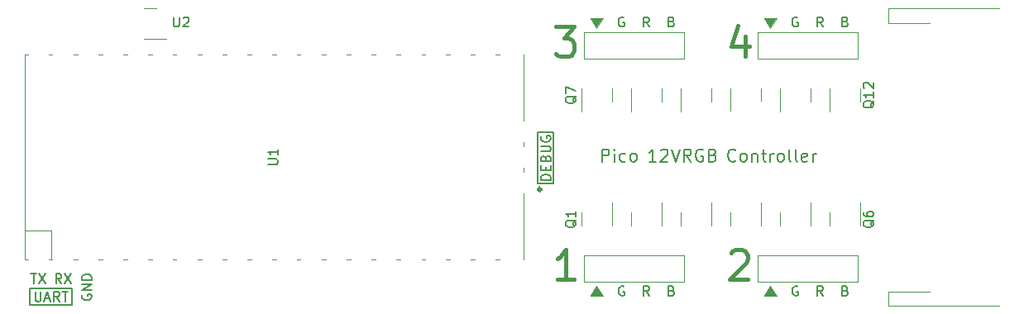
<source format=gbr>
%TF.GenerationSoftware,KiCad,Pcbnew,(7.0.0)*%
%TF.CreationDate,2023-03-11T15:32:13-08:00*%
%TF.ProjectId,pico_12vrgb_controller,7069636f-5f31-4327-9672-67625f636f6e,v1*%
%TF.SameCoordinates,Original*%
%TF.FileFunction,Legend,Top*%
%TF.FilePolarity,Positive*%
%FSLAX46Y46*%
G04 Gerber Fmt 4.6, Leading zero omitted, Abs format (unit mm)*
G04 Created by KiCad (PCBNEW (7.0.0)) date 2023-03-11 15:32:13*
%MOMM*%
%LPD*%
G01*
G04 APERTURE LIST*
%ADD10C,0.127000*%
%ADD11C,0.329000*%
%ADD12C,0.150000*%
%ADD13C,0.406400*%
%ADD14C,0.152400*%
%ADD15C,0.120000*%
G04 APERTURE END LIST*
D10*
X123494800Y-73660000D02*
X125145800Y-73660000D01*
X125145800Y-73660000D02*
X125145800Y-78917800D01*
X125145800Y-78917800D02*
X123494800Y-78917800D01*
X123494800Y-78917800D02*
X123494800Y-73660000D01*
X71501000Y-89662000D02*
X75819000Y-89662000D01*
X75819000Y-89662000D02*
X75819000Y-91313000D01*
X75819000Y-91313000D02*
X71501000Y-91313000D01*
X71501000Y-91313000D02*
X71501000Y-89662000D01*
D11*
X123862500Y-79502000D02*
G75*
G03*
X123862500Y-79502000I-164500J0D01*
G01*
D12*
X72064762Y-89994580D02*
X72064762Y-90804104D01*
X72064762Y-90804104D02*
X72112381Y-90899342D01*
X72112381Y-90899342D02*
X72160000Y-90946961D01*
X72160000Y-90946961D02*
X72255238Y-90994580D01*
X72255238Y-90994580D02*
X72445714Y-90994580D01*
X72445714Y-90994580D02*
X72540952Y-90946961D01*
X72540952Y-90946961D02*
X72588571Y-90899342D01*
X72588571Y-90899342D02*
X72636190Y-90804104D01*
X72636190Y-90804104D02*
X72636190Y-89994580D01*
X73064762Y-90708866D02*
X73540952Y-90708866D01*
X72969524Y-90994580D02*
X73302857Y-89994580D01*
X73302857Y-89994580D02*
X73636190Y-90994580D01*
X74540952Y-90994580D02*
X74207619Y-90518390D01*
X73969524Y-90994580D02*
X73969524Y-89994580D01*
X73969524Y-89994580D02*
X74350476Y-89994580D01*
X74350476Y-89994580D02*
X74445714Y-90042200D01*
X74445714Y-90042200D02*
X74493333Y-90089819D01*
X74493333Y-90089819D02*
X74540952Y-90185057D01*
X74540952Y-90185057D02*
X74540952Y-90327914D01*
X74540952Y-90327914D02*
X74493333Y-90423152D01*
X74493333Y-90423152D02*
X74445714Y-90470771D01*
X74445714Y-90470771D02*
X74350476Y-90518390D01*
X74350476Y-90518390D02*
X73969524Y-90518390D01*
X74826667Y-89994580D02*
X75398095Y-89994580D01*
X75112381Y-90994580D02*
X75112381Y-89994580D01*
D13*
X125349000Y-62841777D02*
X127235857Y-62841777D01*
X127235857Y-62841777D02*
X126219857Y-64002920D01*
X126219857Y-64002920D02*
X126655286Y-64002920D01*
X126655286Y-64002920D02*
X126945572Y-64148062D01*
X126945572Y-64148062D02*
X127090714Y-64293205D01*
X127090714Y-64293205D02*
X127235857Y-64583491D01*
X127235857Y-64583491D02*
X127235857Y-65309205D01*
X127235857Y-65309205D02*
X127090714Y-65599491D01*
X127090714Y-65599491D02*
X126945572Y-65744634D01*
X126945572Y-65744634D02*
X126655286Y-65889777D01*
X126655286Y-65889777D02*
X125784429Y-65889777D01*
X125784429Y-65889777D02*
X125494143Y-65744634D01*
X125494143Y-65744634D02*
X125349000Y-65599491D01*
D12*
X74763333Y-89140380D02*
X74430000Y-88664190D01*
X74191905Y-89140380D02*
X74191905Y-88140380D01*
X74191905Y-88140380D02*
X74572857Y-88140380D01*
X74572857Y-88140380D02*
X74668095Y-88188000D01*
X74668095Y-88188000D02*
X74715714Y-88235619D01*
X74715714Y-88235619D02*
X74763333Y-88330857D01*
X74763333Y-88330857D02*
X74763333Y-88473714D01*
X74763333Y-88473714D02*
X74715714Y-88568952D01*
X74715714Y-88568952D02*
X74668095Y-88616571D01*
X74668095Y-88616571D02*
X74572857Y-88664190D01*
X74572857Y-88664190D02*
X74191905Y-88664190D01*
X75096667Y-88140380D02*
X75763333Y-89140380D01*
X75763333Y-88140380D02*
X75096667Y-89140380D01*
X124827380Y-78539694D02*
X123827380Y-78539694D01*
X123827380Y-78539694D02*
X123827380Y-78301599D01*
X123827380Y-78301599D02*
X123875000Y-78158742D01*
X123875000Y-78158742D02*
X123970238Y-78063504D01*
X123970238Y-78063504D02*
X124065476Y-78015885D01*
X124065476Y-78015885D02*
X124255952Y-77968266D01*
X124255952Y-77968266D02*
X124398809Y-77968266D01*
X124398809Y-77968266D02*
X124589285Y-78015885D01*
X124589285Y-78015885D02*
X124684523Y-78063504D01*
X124684523Y-78063504D02*
X124779761Y-78158742D01*
X124779761Y-78158742D02*
X124827380Y-78301599D01*
X124827380Y-78301599D02*
X124827380Y-78539694D01*
X124303571Y-77539694D02*
X124303571Y-77206361D01*
X124827380Y-77063504D02*
X124827380Y-77539694D01*
X124827380Y-77539694D02*
X123827380Y-77539694D01*
X123827380Y-77539694D02*
X123827380Y-77063504D01*
X124303571Y-76301599D02*
X124351190Y-76158742D01*
X124351190Y-76158742D02*
X124398809Y-76111123D01*
X124398809Y-76111123D02*
X124494047Y-76063504D01*
X124494047Y-76063504D02*
X124636904Y-76063504D01*
X124636904Y-76063504D02*
X124732142Y-76111123D01*
X124732142Y-76111123D02*
X124779761Y-76158742D01*
X124779761Y-76158742D02*
X124827380Y-76253980D01*
X124827380Y-76253980D02*
X124827380Y-76634932D01*
X124827380Y-76634932D02*
X123827380Y-76634932D01*
X123827380Y-76634932D02*
X123827380Y-76301599D01*
X123827380Y-76301599D02*
X123875000Y-76206361D01*
X123875000Y-76206361D02*
X123922619Y-76158742D01*
X123922619Y-76158742D02*
X124017857Y-76111123D01*
X124017857Y-76111123D02*
X124113095Y-76111123D01*
X124113095Y-76111123D02*
X124208333Y-76158742D01*
X124208333Y-76158742D02*
X124255952Y-76206361D01*
X124255952Y-76206361D02*
X124303571Y-76301599D01*
X124303571Y-76301599D02*
X124303571Y-76634932D01*
X123827380Y-75634932D02*
X124636904Y-75634932D01*
X124636904Y-75634932D02*
X124732142Y-75587313D01*
X124732142Y-75587313D02*
X124779761Y-75539694D01*
X124779761Y-75539694D02*
X124827380Y-75444456D01*
X124827380Y-75444456D02*
X124827380Y-75253980D01*
X124827380Y-75253980D02*
X124779761Y-75158742D01*
X124779761Y-75158742D02*
X124732142Y-75111123D01*
X124732142Y-75111123D02*
X124636904Y-75063504D01*
X124636904Y-75063504D02*
X123827380Y-75063504D01*
X123875000Y-74063504D02*
X123827380Y-74158742D01*
X123827380Y-74158742D02*
X123827380Y-74301599D01*
X123827380Y-74301599D02*
X123875000Y-74444456D01*
X123875000Y-74444456D02*
X123970238Y-74539694D01*
X123970238Y-74539694D02*
X124065476Y-74587313D01*
X124065476Y-74587313D02*
X124255952Y-74634932D01*
X124255952Y-74634932D02*
X124398809Y-74634932D01*
X124398809Y-74634932D02*
X124589285Y-74587313D01*
X124589285Y-74587313D02*
X124684523Y-74539694D01*
X124684523Y-74539694D02*
X124779761Y-74444456D01*
X124779761Y-74444456D02*
X124827380Y-74301599D01*
X124827380Y-74301599D02*
X124827380Y-74206361D01*
X124827380Y-74206361D02*
X124779761Y-74063504D01*
X124779761Y-74063504D02*
X124732142Y-74015885D01*
X124732142Y-74015885D02*
X124398809Y-74015885D01*
X124398809Y-74015885D02*
X124398809Y-74206361D01*
X76885000Y-90296904D02*
X76837380Y-90392142D01*
X76837380Y-90392142D02*
X76837380Y-90534999D01*
X76837380Y-90534999D02*
X76885000Y-90677856D01*
X76885000Y-90677856D02*
X76980238Y-90773094D01*
X76980238Y-90773094D02*
X77075476Y-90820713D01*
X77075476Y-90820713D02*
X77265952Y-90868332D01*
X77265952Y-90868332D02*
X77408809Y-90868332D01*
X77408809Y-90868332D02*
X77599285Y-90820713D01*
X77599285Y-90820713D02*
X77694523Y-90773094D01*
X77694523Y-90773094D02*
X77789761Y-90677856D01*
X77789761Y-90677856D02*
X77837380Y-90534999D01*
X77837380Y-90534999D02*
X77837380Y-90439761D01*
X77837380Y-90439761D02*
X77789761Y-90296904D01*
X77789761Y-90296904D02*
X77742142Y-90249285D01*
X77742142Y-90249285D02*
X77408809Y-90249285D01*
X77408809Y-90249285D02*
X77408809Y-90439761D01*
X77837380Y-89820713D02*
X76837380Y-89820713D01*
X76837380Y-89820713D02*
X77837380Y-89249285D01*
X77837380Y-89249285D02*
X76837380Y-89249285D01*
X77837380Y-88773094D02*
X76837380Y-88773094D01*
X76837380Y-88773094D02*
X76837380Y-88534999D01*
X76837380Y-88534999D02*
X76885000Y-88392142D01*
X76885000Y-88392142D02*
X76980238Y-88296904D01*
X76980238Y-88296904D02*
X77075476Y-88249285D01*
X77075476Y-88249285D02*
X77265952Y-88201666D01*
X77265952Y-88201666D02*
X77408809Y-88201666D01*
X77408809Y-88201666D02*
X77599285Y-88249285D01*
X77599285Y-88249285D02*
X77694523Y-88296904D01*
X77694523Y-88296904D02*
X77789761Y-88392142D01*
X77789761Y-88392142D02*
X77837380Y-88534999D01*
X77837380Y-88534999D02*
X77837380Y-88773094D01*
D13*
X143274143Y-85992062D02*
X143419286Y-85846920D01*
X143419286Y-85846920D02*
X143709572Y-85701777D01*
X143709572Y-85701777D02*
X144435286Y-85701777D01*
X144435286Y-85701777D02*
X144725572Y-85846920D01*
X144725572Y-85846920D02*
X144870714Y-85992062D01*
X144870714Y-85992062D02*
X145015857Y-86282348D01*
X145015857Y-86282348D02*
X145015857Y-86572634D01*
X145015857Y-86572634D02*
X144870714Y-87008062D01*
X144870714Y-87008062D02*
X143129000Y-88749777D01*
X143129000Y-88749777D02*
X145015857Y-88749777D01*
D14*
X130078238Y-76666573D02*
X130078238Y-75396573D01*
X130078238Y-75396573D02*
X130562048Y-75396573D01*
X130562048Y-75396573D02*
X130683000Y-75457050D01*
X130683000Y-75457050D02*
X130743477Y-75517526D01*
X130743477Y-75517526D02*
X130803953Y-75638478D01*
X130803953Y-75638478D02*
X130803953Y-75819907D01*
X130803953Y-75819907D02*
X130743477Y-75940859D01*
X130743477Y-75940859D02*
X130683000Y-76001335D01*
X130683000Y-76001335D02*
X130562048Y-76061811D01*
X130562048Y-76061811D02*
X130078238Y-76061811D01*
X131348238Y-76666573D02*
X131348238Y-75819907D01*
X131348238Y-75396573D02*
X131287762Y-75457050D01*
X131287762Y-75457050D02*
X131348238Y-75517526D01*
X131348238Y-75517526D02*
X131408715Y-75457050D01*
X131408715Y-75457050D02*
X131348238Y-75396573D01*
X131348238Y-75396573D02*
X131348238Y-75517526D01*
X132497286Y-76606097D02*
X132376334Y-76666573D01*
X132376334Y-76666573D02*
X132134429Y-76666573D01*
X132134429Y-76666573D02*
X132013477Y-76606097D01*
X132013477Y-76606097D02*
X131953000Y-76545621D01*
X131953000Y-76545621D02*
X131892524Y-76424669D01*
X131892524Y-76424669D02*
X131892524Y-76061811D01*
X131892524Y-76061811D02*
X131953000Y-75940859D01*
X131953000Y-75940859D02*
X132013477Y-75880383D01*
X132013477Y-75880383D02*
X132134429Y-75819907D01*
X132134429Y-75819907D02*
X132376334Y-75819907D01*
X132376334Y-75819907D02*
X132497286Y-75880383D01*
X133223000Y-76666573D02*
X133102048Y-76606097D01*
X133102048Y-76606097D02*
X133041571Y-76545621D01*
X133041571Y-76545621D02*
X132981095Y-76424669D01*
X132981095Y-76424669D02*
X132981095Y-76061811D01*
X132981095Y-76061811D02*
X133041571Y-75940859D01*
X133041571Y-75940859D02*
X133102048Y-75880383D01*
X133102048Y-75880383D02*
X133223000Y-75819907D01*
X133223000Y-75819907D02*
X133404429Y-75819907D01*
X133404429Y-75819907D02*
X133525381Y-75880383D01*
X133525381Y-75880383D02*
X133585857Y-75940859D01*
X133585857Y-75940859D02*
X133646333Y-76061811D01*
X133646333Y-76061811D02*
X133646333Y-76424669D01*
X133646333Y-76424669D02*
X133585857Y-76545621D01*
X133585857Y-76545621D02*
X133525381Y-76606097D01*
X133525381Y-76606097D02*
X133404429Y-76666573D01*
X133404429Y-76666573D02*
X133223000Y-76666573D01*
X135617858Y-76666573D02*
X134892143Y-76666573D01*
X135255000Y-76666573D02*
X135255000Y-75396573D01*
X135255000Y-75396573D02*
X135134048Y-75578002D01*
X135134048Y-75578002D02*
X135013096Y-75698954D01*
X135013096Y-75698954D02*
X134892143Y-75759430D01*
X136101667Y-75517526D02*
X136162143Y-75457050D01*
X136162143Y-75457050D02*
X136283096Y-75396573D01*
X136283096Y-75396573D02*
X136585477Y-75396573D01*
X136585477Y-75396573D02*
X136706429Y-75457050D01*
X136706429Y-75457050D02*
X136766905Y-75517526D01*
X136766905Y-75517526D02*
X136827382Y-75638478D01*
X136827382Y-75638478D02*
X136827382Y-75759430D01*
X136827382Y-75759430D02*
X136766905Y-75940859D01*
X136766905Y-75940859D02*
X136041191Y-76666573D01*
X136041191Y-76666573D02*
X136827382Y-76666573D01*
X137190239Y-75396573D02*
X137613572Y-76666573D01*
X137613572Y-76666573D02*
X138036906Y-75396573D01*
X139185953Y-76666573D02*
X138762619Y-76061811D01*
X138460238Y-76666573D02*
X138460238Y-75396573D01*
X138460238Y-75396573D02*
X138944048Y-75396573D01*
X138944048Y-75396573D02*
X139065000Y-75457050D01*
X139065000Y-75457050D02*
X139125477Y-75517526D01*
X139125477Y-75517526D02*
X139185953Y-75638478D01*
X139185953Y-75638478D02*
X139185953Y-75819907D01*
X139185953Y-75819907D02*
X139125477Y-75940859D01*
X139125477Y-75940859D02*
X139065000Y-76001335D01*
X139065000Y-76001335D02*
X138944048Y-76061811D01*
X138944048Y-76061811D02*
X138460238Y-76061811D01*
X140395477Y-75457050D02*
X140274524Y-75396573D01*
X140274524Y-75396573D02*
X140093096Y-75396573D01*
X140093096Y-75396573D02*
X139911667Y-75457050D01*
X139911667Y-75457050D02*
X139790715Y-75578002D01*
X139790715Y-75578002D02*
X139730238Y-75698954D01*
X139730238Y-75698954D02*
X139669762Y-75940859D01*
X139669762Y-75940859D02*
X139669762Y-76122288D01*
X139669762Y-76122288D02*
X139730238Y-76364192D01*
X139730238Y-76364192D02*
X139790715Y-76485145D01*
X139790715Y-76485145D02*
X139911667Y-76606097D01*
X139911667Y-76606097D02*
X140093096Y-76666573D01*
X140093096Y-76666573D02*
X140214048Y-76666573D01*
X140214048Y-76666573D02*
X140395477Y-76606097D01*
X140395477Y-76606097D02*
X140455953Y-76545621D01*
X140455953Y-76545621D02*
X140455953Y-76122288D01*
X140455953Y-76122288D02*
X140214048Y-76122288D01*
X141423572Y-76001335D02*
X141605000Y-76061811D01*
X141605000Y-76061811D02*
X141665477Y-76122288D01*
X141665477Y-76122288D02*
X141725953Y-76243240D01*
X141725953Y-76243240D02*
X141725953Y-76424669D01*
X141725953Y-76424669D02*
X141665477Y-76545621D01*
X141665477Y-76545621D02*
X141605000Y-76606097D01*
X141605000Y-76606097D02*
X141484048Y-76666573D01*
X141484048Y-76666573D02*
X141000238Y-76666573D01*
X141000238Y-76666573D02*
X141000238Y-75396573D01*
X141000238Y-75396573D02*
X141423572Y-75396573D01*
X141423572Y-75396573D02*
X141544524Y-75457050D01*
X141544524Y-75457050D02*
X141605000Y-75517526D01*
X141605000Y-75517526D02*
X141665477Y-75638478D01*
X141665477Y-75638478D02*
X141665477Y-75759430D01*
X141665477Y-75759430D02*
X141605000Y-75880383D01*
X141605000Y-75880383D02*
X141544524Y-75940859D01*
X141544524Y-75940859D02*
X141423572Y-76001335D01*
X141423572Y-76001335D02*
X141000238Y-76001335D01*
X143757953Y-76545621D02*
X143697477Y-76606097D01*
X143697477Y-76606097D02*
X143516048Y-76666573D01*
X143516048Y-76666573D02*
X143395096Y-76666573D01*
X143395096Y-76666573D02*
X143213667Y-76606097D01*
X143213667Y-76606097D02*
X143092715Y-76485145D01*
X143092715Y-76485145D02*
X143032238Y-76364192D01*
X143032238Y-76364192D02*
X142971762Y-76122288D01*
X142971762Y-76122288D02*
X142971762Y-75940859D01*
X142971762Y-75940859D02*
X143032238Y-75698954D01*
X143032238Y-75698954D02*
X143092715Y-75578002D01*
X143092715Y-75578002D02*
X143213667Y-75457050D01*
X143213667Y-75457050D02*
X143395096Y-75396573D01*
X143395096Y-75396573D02*
X143516048Y-75396573D01*
X143516048Y-75396573D02*
X143697477Y-75457050D01*
X143697477Y-75457050D02*
X143757953Y-75517526D01*
X144483667Y-76666573D02*
X144362715Y-76606097D01*
X144362715Y-76606097D02*
X144302238Y-76545621D01*
X144302238Y-76545621D02*
X144241762Y-76424669D01*
X144241762Y-76424669D02*
X144241762Y-76061811D01*
X144241762Y-76061811D02*
X144302238Y-75940859D01*
X144302238Y-75940859D02*
X144362715Y-75880383D01*
X144362715Y-75880383D02*
X144483667Y-75819907D01*
X144483667Y-75819907D02*
X144665096Y-75819907D01*
X144665096Y-75819907D02*
X144786048Y-75880383D01*
X144786048Y-75880383D02*
X144846524Y-75940859D01*
X144846524Y-75940859D02*
X144907000Y-76061811D01*
X144907000Y-76061811D02*
X144907000Y-76424669D01*
X144907000Y-76424669D02*
X144846524Y-76545621D01*
X144846524Y-76545621D02*
X144786048Y-76606097D01*
X144786048Y-76606097D02*
X144665096Y-76666573D01*
X144665096Y-76666573D02*
X144483667Y-76666573D01*
X145451286Y-75819907D02*
X145451286Y-76666573D01*
X145451286Y-75940859D02*
X145511763Y-75880383D01*
X145511763Y-75880383D02*
X145632715Y-75819907D01*
X145632715Y-75819907D02*
X145814144Y-75819907D01*
X145814144Y-75819907D02*
X145935096Y-75880383D01*
X145935096Y-75880383D02*
X145995572Y-76001335D01*
X145995572Y-76001335D02*
X145995572Y-76666573D01*
X146418906Y-75819907D02*
X146902715Y-75819907D01*
X146600334Y-75396573D02*
X146600334Y-76485145D01*
X146600334Y-76485145D02*
X146660811Y-76606097D01*
X146660811Y-76606097D02*
X146781763Y-76666573D01*
X146781763Y-76666573D02*
X146902715Y-76666573D01*
X147326048Y-76666573D02*
X147326048Y-75819907D01*
X147326048Y-76061811D02*
X147386525Y-75940859D01*
X147386525Y-75940859D02*
X147447001Y-75880383D01*
X147447001Y-75880383D02*
X147567953Y-75819907D01*
X147567953Y-75819907D02*
X147688906Y-75819907D01*
X148293667Y-76666573D02*
X148172715Y-76606097D01*
X148172715Y-76606097D02*
X148112238Y-76545621D01*
X148112238Y-76545621D02*
X148051762Y-76424669D01*
X148051762Y-76424669D02*
X148051762Y-76061811D01*
X148051762Y-76061811D02*
X148112238Y-75940859D01*
X148112238Y-75940859D02*
X148172715Y-75880383D01*
X148172715Y-75880383D02*
X148293667Y-75819907D01*
X148293667Y-75819907D02*
X148475096Y-75819907D01*
X148475096Y-75819907D02*
X148596048Y-75880383D01*
X148596048Y-75880383D02*
X148656524Y-75940859D01*
X148656524Y-75940859D02*
X148717000Y-76061811D01*
X148717000Y-76061811D02*
X148717000Y-76424669D01*
X148717000Y-76424669D02*
X148656524Y-76545621D01*
X148656524Y-76545621D02*
X148596048Y-76606097D01*
X148596048Y-76606097D02*
X148475096Y-76666573D01*
X148475096Y-76666573D02*
X148293667Y-76666573D01*
X149442715Y-76666573D02*
X149321763Y-76606097D01*
X149321763Y-76606097D02*
X149261286Y-76485145D01*
X149261286Y-76485145D02*
X149261286Y-75396573D01*
X150107953Y-76666573D02*
X149987001Y-76606097D01*
X149987001Y-76606097D02*
X149926524Y-76485145D01*
X149926524Y-76485145D02*
X149926524Y-75396573D01*
X151075572Y-76606097D02*
X150954620Y-76666573D01*
X150954620Y-76666573D02*
X150712715Y-76666573D01*
X150712715Y-76666573D02*
X150591762Y-76606097D01*
X150591762Y-76606097D02*
X150531286Y-76485145D01*
X150531286Y-76485145D02*
X150531286Y-76001335D01*
X150531286Y-76001335D02*
X150591762Y-75880383D01*
X150591762Y-75880383D02*
X150712715Y-75819907D01*
X150712715Y-75819907D02*
X150954620Y-75819907D01*
X150954620Y-75819907D02*
X151075572Y-75880383D01*
X151075572Y-75880383D02*
X151136048Y-76001335D01*
X151136048Y-76001335D02*
X151136048Y-76122288D01*
X151136048Y-76122288D02*
X150531286Y-76243240D01*
X151680333Y-76666573D02*
X151680333Y-75819907D01*
X151680333Y-76061811D02*
X151740810Y-75940859D01*
X151740810Y-75940859D02*
X151801286Y-75880383D01*
X151801286Y-75880383D02*
X151922238Y-75819907D01*
X151922238Y-75819907D02*
X152043191Y-75819907D01*
D13*
X144725572Y-63857777D02*
X144725572Y-65889777D01*
X143999857Y-62696634D02*
X143274143Y-64873777D01*
X143274143Y-64873777D02*
X145161000Y-64873777D01*
X127235857Y-88749777D02*
X125494143Y-88749777D01*
X126365000Y-88749777D02*
X126365000Y-85701777D01*
X126365000Y-85701777D02*
X126074714Y-86137205D01*
X126074714Y-86137205D02*
X125784429Y-86427491D01*
X125784429Y-86427491D02*
X125494143Y-86572634D01*
D12*
X71628095Y-88140380D02*
X72199523Y-88140380D01*
X71913809Y-89140380D02*
X71913809Y-88140380D01*
X72437619Y-88140380D02*
X73104285Y-89140380D01*
X73104285Y-88140380D02*
X72437619Y-89140380D01*
%TO.C,U2*%
X86233095Y-61851380D02*
X86233095Y-62660904D01*
X86233095Y-62660904D02*
X86280714Y-62756142D01*
X86280714Y-62756142D02*
X86328333Y-62803761D01*
X86328333Y-62803761D02*
X86423571Y-62851380D01*
X86423571Y-62851380D02*
X86614047Y-62851380D01*
X86614047Y-62851380D02*
X86709285Y-62803761D01*
X86709285Y-62803761D02*
X86756904Y-62756142D01*
X86756904Y-62756142D02*
X86804523Y-62660904D01*
X86804523Y-62660904D02*
X86804523Y-61851380D01*
X87233095Y-61946619D02*
X87280714Y-61899000D01*
X87280714Y-61899000D02*
X87375952Y-61851380D01*
X87375952Y-61851380D02*
X87614047Y-61851380D01*
X87614047Y-61851380D02*
X87709285Y-61899000D01*
X87709285Y-61899000D02*
X87756904Y-61946619D01*
X87756904Y-61946619D02*
X87804523Y-62041857D01*
X87804523Y-62041857D02*
X87804523Y-62137095D01*
X87804523Y-62137095D02*
X87756904Y-62279952D01*
X87756904Y-62279952D02*
X87185476Y-62851380D01*
X87185476Y-62851380D02*
X87804523Y-62851380D01*
%TO.C,Q6*%
X157942619Y-82645238D02*
X157895000Y-82740476D01*
X157895000Y-82740476D02*
X157799761Y-82835714D01*
X157799761Y-82835714D02*
X157656904Y-82978571D01*
X157656904Y-82978571D02*
X157609285Y-83073809D01*
X157609285Y-83073809D02*
X157609285Y-83169047D01*
X157847380Y-83121428D02*
X157799761Y-83216666D01*
X157799761Y-83216666D02*
X157704523Y-83311904D01*
X157704523Y-83311904D02*
X157514047Y-83359523D01*
X157514047Y-83359523D02*
X157180714Y-83359523D01*
X157180714Y-83359523D02*
X156990238Y-83311904D01*
X156990238Y-83311904D02*
X156895000Y-83216666D01*
X156895000Y-83216666D02*
X156847380Y-83121428D01*
X156847380Y-83121428D02*
X156847380Y-82930952D01*
X156847380Y-82930952D02*
X156895000Y-82835714D01*
X156895000Y-82835714D02*
X156990238Y-82740476D01*
X156990238Y-82740476D02*
X157180714Y-82692857D01*
X157180714Y-82692857D02*
X157514047Y-82692857D01*
X157514047Y-82692857D02*
X157704523Y-82740476D01*
X157704523Y-82740476D02*
X157799761Y-82835714D01*
X157799761Y-82835714D02*
X157847380Y-82930952D01*
X157847380Y-82930952D02*
X157847380Y-83121428D01*
X156847380Y-81835714D02*
X156847380Y-82026190D01*
X156847380Y-82026190D02*
X156895000Y-82121428D01*
X156895000Y-82121428D02*
X156942619Y-82169047D01*
X156942619Y-82169047D02*
X157085476Y-82264285D01*
X157085476Y-82264285D02*
X157275952Y-82311904D01*
X157275952Y-82311904D02*
X157656904Y-82311904D01*
X157656904Y-82311904D02*
X157752142Y-82264285D01*
X157752142Y-82264285D02*
X157799761Y-82216666D01*
X157799761Y-82216666D02*
X157847380Y-82121428D01*
X157847380Y-82121428D02*
X157847380Y-81930952D01*
X157847380Y-81930952D02*
X157799761Y-81835714D01*
X157799761Y-81835714D02*
X157752142Y-81788095D01*
X157752142Y-81788095D02*
X157656904Y-81740476D01*
X157656904Y-81740476D02*
X157418809Y-81740476D01*
X157418809Y-81740476D02*
X157323571Y-81788095D01*
X157323571Y-81788095D02*
X157275952Y-81835714D01*
X157275952Y-81835714D02*
X157228333Y-81930952D01*
X157228333Y-81930952D02*
X157228333Y-82121428D01*
X157228333Y-82121428D02*
X157275952Y-82216666D01*
X157275952Y-82216666D02*
X157323571Y-82264285D01*
X157323571Y-82264285D02*
X157418809Y-82311904D01*
%TO.C,J4*%
X150121904Y-61899000D02*
X150026666Y-61851380D01*
X150026666Y-61851380D02*
X149883809Y-61851380D01*
X149883809Y-61851380D02*
X149740952Y-61899000D01*
X149740952Y-61899000D02*
X149645714Y-61994238D01*
X149645714Y-61994238D02*
X149598095Y-62089476D01*
X149598095Y-62089476D02*
X149550476Y-62279952D01*
X149550476Y-62279952D02*
X149550476Y-62422809D01*
X149550476Y-62422809D02*
X149598095Y-62613285D01*
X149598095Y-62613285D02*
X149645714Y-62708523D01*
X149645714Y-62708523D02*
X149740952Y-62803761D01*
X149740952Y-62803761D02*
X149883809Y-62851380D01*
X149883809Y-62851380D02*
X149979047Y-62851380D01*
X149979047Y-62851380D02*
X150121904Y-62803761D01*
X150121904Y-62803761D02*
X150169523Y-62756142D01*
X150169523Y-62756142D02*
X150169523Y-62422809D01*
X150169523Y-62422809D02*
X149979047Y-62422809D01*
X155011428Y-62327571D02*
X155154285Y-62375190D01*
X155154285Y-62375190D02*
X155201904Y-62422809D01*
X155201904Y-62422809D02*
X155249523Y-62518047D01*
X155249523Y-62518047D02*
X155249523Y-62660904D01*
X155249523Y-62660904D02*
X155201904Y-62756142D01*
X155201904Y-62756142D02*
X155154285Y-62803761D01*
X155154285Y-62803761D02*
X155059047Y-62851380D01*
X155059047Y-62851380D02*
X154678095Y-62851380D01*
X154678095Y-62851380D02*
X154678095Y-61851380D01*
X154678095Y-61851380D02*
X155011428Y-61851380D01*
X155011428Y-61851380D02*
X155106666Y-61899000D01*
X155106666Y-61899000D02*
X155154285Y-61946619D01*
X155154285Y-61946619D02*
X155201904Y-62041857D01*
X155201904Y-62041857D02*
X155201904Y-62137095D01*
X155201904Y-62137095D02*
X155154285Y-62232333D01*
X155154285Y-62232333D02*
X155106666Y-62279952D01*
X155106666Y-62279952D02*
X155011428Y-62327571D01*
X155011428Y-62327571D02*
X154678095Y-62327571D01*
X152709523Y-62851380D02*
X152376190Y-62375190D01*
X152138095Y-62851380D02*
X152138095Y-61851380D01*
X152138095Y-61851380D02*
X152519047Y-61851380D01*
X152519047Y-61851380D02*
X152614285Y-61899000D01*
X152614285Y-61899000D02*
X152661904Y-61946619D01*
X152661904Y-61946619D02*
X152709523Y-62041857D01*
X152709523Y-62041857D02*
X152709523Y-62184714D01*
X152709523Y-62184714D02*
X152661904Y-62279952D01*
X152661904Y-62279952D02*
X152614285Y-62327571D01*
X152614285Y-62327571D02*
X152519047Y-62375190D01*
X152519047Y-62375190D02*
X152138095Y-62375190D01*
%TO.C,J3*%
X134929523Y-62851380D02*
X134596190Y-62375190D01*
X134358095Y-62851380D02*
X134358095Y-61851380D01*
X134358095Y-61851380D02*
X134739047Y-61851380D01*
X134739047Y-61851380D02*
X134834285Y-61899000D01*
X134834285Y-61899000D02*
X134881904Y-61946619D01*
X134881904Y-61946619D02*
X134929523Y-62041857D01*
X134929523Y-62041857D02*
X134929523Y-62184714D01*
X134929523Y-62184714D02*
X134881904Y-62279952D01*
X134881904Y-62279952D02*
X134834285Y-62327571D01*
X134834285Y-62327571D02*
X134739047Y-62375190D01*
X134739047Y-62375190D02*
X134358095Y-62375190D01*
X137231428Y-62327571D02*
X137374285Y-62375190D01*
X137374285Y-62375190D02*
X137421904Y-62422809D01*
X137421904Y-62422809D02*
X137469523Y-62518047D01*
X137469523Y-62518047D02*
X137469523Y-62660904D01*
X137469523Y-62660904D02*
X137421904Y-62756142D01*
X137421904Y-62756142D02*
X137374285Y-62803761D01*
X137374285Y-62803761D02*
X137279047Y-62851380D01*
X137279047Y-62851380D02*
X136898095Y-62851380D01*
X136898095Y-62851380D02*
X136898095Y-61851380D01*
X136898095Y-61851380D02*
X137231428Y-61851380D01*
X137231428Y-61851380D02*
X137326666Y-61899000D01*
X137326666Y-61899000D02*
X137374285Y-61946619D01*
X137374285Y-61946619D02*
X137421904Y-62041857D01*
X137421904Y-62041857D02*
X137421904Y-62137095D01*
X137421904Y-62137095D02*
X137374285Y-62232333D01*
X137374285Y-62232333D02*
X137326666Y-62279952D01*
X137326666Y-62279952D02*
X137231428Y-62327571D01*
X137231428Y-62327571D02*
X136898095Y-62327571D01*
X132341904Y-61899000D02*
X132246666Y-61851380D01*
X132246666Y-61851380D02*
X132103809Y-61851380D01*
X132103809Y-61851380D02*
X131960952Y-61899000D01*
X131960952Y-61899000D02*
X131865714Y-61994238D01*
X131865714Y-61994238D02*
X131818095Y-62089476D01*
X131818095Y-62089476D02*
X131770476Y-62279952D01*
X131770476Y-62279952D02*
X131770476Y-62422809D01*
X131770476Y-62422809D02*
X131818095Y-62613285D01*
X131818095Y-62613285D02*
X131865714Y-62708523D01*
X131865714Y-62708523D02*
X131960952Y-62803761D01*
X131960952Y-62803761D02*
X132103809Y-62851380D01*
X132103809Y-62851380D02*
X132199047Y-62851380D01*
X132199047Y-62851380D02*
X132341904Y-62803761D01*
X132341904Y-62803761D02*
X132389523Y-62756142D01*
X132389523Y-62756142D02*
X132389523Y-62422809D01*
X132389523Y-62422809D02*
X132199047Y-62422809D01*
%TO.C,J2*%
X150121904Y-89458000D02*
X150026666Y-89410380D01*
X150026666Y-89410380D02*
X149883809Y-89410380D01*
X149883809Y-89410380D02*
X149740952Y-89458000D01*
X149740952Y-89458000D02*
X149645714Y-89553238D01*
X149645714Y-89553238D02*
X149598095Y-89648476D01*
X149598095Y-89648476D02*
X149550476Y-89838952D01*
X149550476Y-89838952D02*
X149550476Y-89981809D01*
X149550476Y-89981809D02*
X149598095Y-90172285D01*
X149598095Y-90172285D02*
X149645714Y-90267523D01*
X149645714Y-90267523D02*
X149740952Y-90362761D01*
X149740952Y-90362761D02*
X149883809Y-90410380D01*
X149883809Y-90410380D02*
X149979047Y-90410380D01*
X149979047Y-90410380D02*
X150121904Y-90362761D01*
X150121904Y-90362761D02*
X150169523Y-90315142D01*
X150169523Y-90315142D02*
X150169523Y-89981809D01*
X150169523Y-89981809D02*
X149979047Y-89981809D01*
X152709523Y-90410380D02*
X152376190Y-89934190D01*
X152138095Y-90410380D02*
X152138095Y-89410380D01*
X152138095Y-89410380D02*
X152519047Y-89410380D01*
X152519047Y-89410380D02*
X152614285Y-89458000D01*
X152614285Y-89458000D02*
X152661904Y-89505619D01*
X152661904Y-89505619D02*
X152709523Y-89600857D01*
X152709523Y-89600857D02*
X152709523Y-89743714D01*
X152709523Y-89743714D02*
X152661904Y-89838952D01*
X152661904Y-89838952D02*
X152614285Y-89886571D01*
X152614285Y-89886571D02*
X152519047Y-89934190D01*
X152519047Y-89934190D02*
X152138095Y-89934190D01*
X155011428Y-89886571D02*
X155154285Y-89934190D01*
X155154285Y-89934190D02*
X155201904Y-89981809D01*
X155201904Y-89981809D02*
X155249523Y-90077047D01*
X155249523Y-90077047D02*
X155249523Y-90219904D01*
X155249523Y-90219904D02*
X155201904Y-90315142D01*
X155201904Y-90315142D02*
X155154285Y-90362761D01*
X155154285Y-90362761D02*
X155059047Y-90410380D01*
X155059047Y-90410380D02*
X154678095Y-90410380D01*
X154678095Y-90410380D02*
X154678095Y-89410380D01*
X154678095Y-89410380D02*
X155011428Y-89410380D01*
X155011428Y-89410380D02*
X155106666Y-89458000D01*
X155106666Y-89458000D02*
X155154285Y-89505619D01*
X155154285Y-89505619D02*
X155201904Y-89600857D01*
X155201904Y-89600857D02*
X155201904Y-89696095D01*
X155201904Y-89696095D02*
X155154285Y-89791333D01*
X155154285Y-89791333D02*
X155106666Y-89838952D01*
X155106666Y-89838952D02*
X155011428Y-89886571D01*
X155011428Y-89886571D02*
X154678095Y-89886571D01*
%TO.C,Q1*%
X127462619Y-82645238D02*
X127415000Y-82740476D01*
X127415000Y-82740476D02*
X127319761Y-82835714D01*
X127319761Y-82835714D02*
X127176904Y-82978571D01*
X127176904Y-82978571D02*
X127129285Y-83073809D01*
X127129285Y-83073809D02*
X127129285Y-83169047D01*
X127367380Y-83121428D02*
X127319761Y-83216666D01*
X127319761Y-83216666D02*
X127224523Y-83311904D01*
X127224523Y-83311904D02*
X127034047Y-83359523D01*
X127034047Y-83359523D02*
X126700714Y-83359523D01*
X126700714Y-83359523D02*
X126510238Y-83311904D01*
X126510238Y-83311904D02*
X126415000Y-83216666D01*
X126415000Y-83216666D02*
X126367380Y-83121428D01*
X126367380Y-83121428D02*
X126367380Y-82930952D01*
X126367380Y-82930952D02*
X126415000Y-82835714D01*
X126415000Y-82835714D02*
X126510238Y-82740476D01*
X126510238Y-82740476D02*
X126700714Y-82692857D01*
X126700714Y-82692857D02*
X127034047Y-82692857D01*
X127034047Y-82692857D02*
X127224523Y-82740476D01*
X127224523Y-82740476D02*
X127319761Y-82835714D01*
X127319761Y-82835714D02*
X127367380Y-82930952D01*
X127367380Y-82930952D02*
X127367380Y-83121428D01*
X127367380Y-81740476D02*
X127367380Y-82311904D01*
X127367380Y-82026190D02*
X126367380Y-82026190D01*
X126367380Y-82026190D02*
X126510238Y-82121428D01*
X126510238Y-82121428D02*
X126605476Y-82216666D01*
X126605476Y-82216666D02*
X126653095Y-82311904D01*
%TO.C,J1*%
X132341904Y-89458000D02*
X132246666Y-89410380D01*
X132246666Y-89410380D02*
X132103809Y-89410380D01*
X132103809Y-89410380D02*
X131960952Y-89458000D01*
X131960952Y-89458000D02*
X131865714Y-89553238D01*
X131865714Y-89553238D02*
X131818095Y-89648476D01*
X131818095Y-89648476D02*
X131770476Y-89838952D01*
X131770476Y-89838952D02*
X131770476Y-89981809D01*
X131770476Y-89981809D02*
X131818095Y-90172285D01*
X131818095Y-90172285D02*
X131865714Y-90267523D01*
X131865714Y-90267523D02*
X131960952Y-90362761D01*
X131960952Y-90362761D02*
X132103809Y-90410380D01*
X132103809Y-90410380D02*
X132199047Y-90410380D01*
X132199047Y-90410380D02*
X132341904Y-90362761D01*
X132341904Y-90362761D02*
X132389523Y-90315142D01*
X132389523Y-90315142D02*
X132389523Y-89981809D01*
X132389523Y-89981809D02*
X132199047Y-89981809D01*
X134929523Y-90410380D02*
X134596190Y-89934190D01*
X134358095Y-90410380D02*
X134358095Y-89410380D01*
X134358095Y-89410380D02*
X134739047Y-89410380D01*
X134739047Y-89410380D02*
X134834285Y-89458000D01*
X134834285Y-89458000D02*
X134881904Y-89505619D01*
X134881904Y-89505619D02*
X134929523Y-89600857D01*
X134929523Y-89600857D02*
X134929523Y-89743714D01*
X134929523Y-89743714D02*
X134881904Y-89838952D01*
X134881904Y-89838952D02*
X134834285Y-89886571D01*
X134834285Y-89886571D02*
X134739047Y-89934190D01*
X134739047Y-89934190D02*
X134358095Y-89934190D01*
X137231428Y-89886571D02*
X137374285Y-89934190D01*
X137374285Y-89934190D02*
X137421904Y-89981809D01*
X137421904Y-89981809D02*
X137469523Y-90077047D01*
X137469523Y-90077047D02*
X137469523Y-90219904D01*
X137469523Y-90219904D02*
X137421904Y-90315142D01*
X137421904Y-90315142D02*
X137374285Y-90362761D01*
X137374285Y-90362761D02*
X137279047Y-90410380D01*
X137279047Y-90410380D02*
X136898095Y-90410380D01*
X136898095Y-90410380D02*
X136898095Y-89410380D01*
X136898095Y-89410380D02*
X137231428Y-89410380D01*
X137231428Y-89410380D02*
X137326666Y-89458000D01*
X137326666Y-89458000D02*
X137374285Y-89505619D01*
X137374285Y-89505619D02*
X137421904Y-89600857D01*
X137421904Y-89600857D02*
X137421904Y-89696095D01*
X137421904Y-89696095D02*
X137374285Y-89791333D01*
X137374285Y-89791333D02*
X137326666Y-89838952D01*
X137326666Y-89838952D02*
X137231428Y-89886571D01*
X137231428Y-89886571D02*
X136898095Y-89886571D01*
%TO.C,Q12*%
X157942619Y-70421428D02*
X157895000Y-70516666D01*
X157895000Y-70516666D02*
X157799761Y-70611904D01*
X157799761Y-70611904D02*
X157656904Y-70754761D01*
X157656904Y-70754761D02*
X157609285Y-70849999D01*
X157609285Y-70849999D02*
X157609285Y-70945237D01*
X157847380Y-70897618D02*
X157799761Y-70992856D01*
X157799761Y-70992856D02*
X157704523Y-71088094D01*
X157704523Y-71088094D02*
X157514047Y-71135713D01*
X157514047Y-71135713D02*
X157180714Y-71135713D01*
X157180714Y-71135713D02*
X156990238Y-71088094D01*
X156990238Y-71088094D02*
X156895000Y-70992856D01*
X156895000Y-70992856D02*
X156847380Y-70897618D01*
X156847380Y-70897618D02*
X156847380Y-70707142D01*
X156847380Y-70707142D02*
X156895000Y-70611904D01*
X156895000Y-70611904D02*
X156990238Y-70516666D01*
X156990238Y-70516666D02*
X157180714Y-70469047D01*
X157180714Y-70469047D02*
X157514047Y-70469047D01*
X157514047Y-70469047D02*
X157704523Y-70516666D01*
X157704523Y-70516666D02*
X157799761Y-70611904D01*
X157799761Y-70611904D02*
X157847380Y-70707142D01*
X157847380Y-70707142D02*
X157847380Y-70897618D01*
X157847380Y-69516666D02*
X157847380Y-70088094D01*
X157847380Y-69802380D02*
X156847380Y-69802380D01*
X156847380Y-69802380D02*
X156990238Y-69897618D01*
X156990238Y-69897618D02*
X157085476Y-69992856D01*
X157085476Y-69992856D02*
X157133095Y-70088094D01*
X156942619Y-69135713D02*
X156895000Y-69088094D01*
X156895000Y-69088094D02*
X156847380Y-68992856D01*
X156847380Y-68992856D02*
X156847380Y-68754761D01*
X156847380Y-68754761D02*
X156895000Y-68659523D01*
X156895000Y-68659523D02*
X156942619Y-68611904D01*
X156942619Y-68611904D02*
X157037857Y-68564285D01*
X157037857Y-68564285D02*
X157133095Y-68564285D01*
X157133095Y-68564285D02*
X157275952Y-68611904D01*
X157275952Y-68611904D02*
X157847380Y-69183332D01*
X157847380Y-69183332D02*
X157847380Y-68564285D01*
%TO.C,Q7*%
X127462619Y-69945238D02*
X127415000Y-70040476D01*
X127415000Y-70040476D02*
X127319761Y-70135714D01*
X127319761Y-70135714D02*
X127176904Y-70278571D01*
X127176904Y-70278571D02*
X127129285Y-70373809D01*
X127129285Y-70373809D02*
X127129285Y-70469047D01*
X127367380Y-70421428D02*
X127319761Y-70516666D01*
X127319761Y-70516666D02*
X127224523Y-70611904D01*
X127224523Y-70611904D02*
X127034047Y-70659523D01*
X127034047Y-70659523D02*
X126700714Y-70659523D01*
X126700714Y-70659523D02*
X126510238Y-70611904D01*
X126510238Y-70611904D02*
X126415000Y-70516666D01*
X126415000Y-70516666D02*
X126367380Y-70421428D01*
X126367380Y-70421428D02*
X126367380Y-70230952D01*
X126367380Y-70230952D02*
X126415000Y-70135714D01*
X126415000Y-70135714D02*
X126510238Y-70040476D01*
X126510238Y-70040476D02*
X126700714Y-69992857D01*
X126700714Y-69992857D02*
X127034047Y-69992857D01*
X127034047Y-69992857D02*
X127224523Y-70040476D01*
X127224523Y-70040476D02*
X127319761Y-70135714D01*
X127319761Y-70135714D02*
X127367380Y-70230952D01*
X127367380Y-70230952D02*
X127367380Y-70421428D01*
X126367380Y-69659523D02*
X126367380Y-68992857D01*
X126367380Y-68992857D02*
X127367380Y-69421428D01*
%TO.C,U1*%
X95887380Y-76961904D02*
X96696904Y-76961904D01*
X96696904Y-76961904D02*
X96792142Y-76914285D01*
X96792142Y-76914285D02*
X96839761Y-76866666D01*
X96839761Y-76866666D02*
X96887380Y-76771428D01*
X96887380Y-76771428D02*
X96887380Y-76580952D01*
X96887380Y-76580952D02*
X96839761Y-76485714D01*
X96839761Y-76485714D02*
X96792142Y-76438095D01*
X96792142Y-76438095D02*
X96696904Y-76390476D01*
X96696904Y-76390476D02*
X95887380Y-76390476D01*
X96887380Y-75390476D02*
X96887380Y-75961904D01*
X96887380Y-75676190D02*
X95887380Y-75676190D01*
X95887380Y-75676190D02*
X96030238Y-75771428D01*
X96030238Y-75771428D02*
X96125476Y-75866666D01*
X96125476Y-75866666D02*
X96173095Y-75961904D01*
D15*
%TO.C,U2*%
X83820000Y-64044000D02*
X85495000Y-64044000D01*
X83820000Y-64044000D02*
X83170000Y-64044000D01*
X83820000Y-60924000D02*
X84470000Y-60924000D01*
X83820000Y-60924000D02*
X83170000Y-60924000D01*
%TO.C,Q9*%
X138140000Y-69850000D02*
X138140000Y-71525000D01*
X138140000Y-69850000D02*
X138140000Y-69200000D01*
X141260000Y-69850000D02*
X141260000Y-70500000D01*
X141260000Y-69850000D02*
X141260000Y-69200000D01*
%TO.C,Q6*%
X156500000Y-82550000D02*
X156500000Y-80875000D01*
X156500000Y-82550000D02*
X156500000Y-83200000D01*
X153380000Y-82550000D02*
X153380000Y-81900000D01*
X153380000Y-82550000D02*
X153380000Y-83200000D01*
%TO.C,J4*%
X145990000Y-66100000D02*
X156270000Y-66100000D01*
X145990000Y-66100000D02*
X145990000Y-63440000D01*
X156270000Y-66100000D02*
X156270000Y-63440000D01*
X145990000Y-63440000D02*
X156270000Y-63440000D01*
G36*
X147329075Y-62940629D02*
G01*
X146694075Y-61924629D01*
X147964075Y-61924629D01*
X147329075Y-62940629D01*
G37*
X147329075Y-62940629D02*
X146694075Y-61924629D01*
X147964075Y-61924629D01*
X147329075Y-62940629D01*
%TO.C,J3*%
X128210000Y-66100000D02*
X138490000Y-66100000D01*
X128210000Y-66100000D02*
X128210000Y-63440000D01*
X138490000Y-66100000D02*
X138490000Y-63440000D01*
X128210000Y-63440000D02*
X138490000Y-63440000D01*
G36*
X129549075Y-62940629D02*
G01*
X128914075Y-61924629D01*
X130184075Y-61924629D01*
X129549075Y-62940629D01*
G37*
X129549075Y-62940629D02*
X128914075Y-61924629D01*
X130184075Y-61924629D01*
X129549075Y-62940629D01*
%TO.C,Q4*%
X146340000Y-82550000D02*
X146340000Y-80875000D01*
X146340000Y-82550000D02*
X146340000Y-83200000D01*
X143220000Y-82550000D02*
X143220000Y-81900000D01*
X143220000Y-82550000D02*
X143220000Y-83200000D01*
%TO.C,J2*%
X145990000Y-88960000D02*
X156270000Y-88960000D01*
X145990000Y-88960000D02*
X145990000Y-86300000D01*
X156270000Y-88960000D02*
X156270000Y-86300000D01*
X145990000Y-86300000D02*
X156270000Y-86300000D01*
G36*
X147955000Y-90424000D02*
G01*
X146685000Y-90424000D01*
X147320000Y-89408000D01*
X147955000Y-90424000D01*
G37*
X147955000Y-90424000D02*
X146685000Y-90424000D01*
X147320000Y-89408000D01*
X147955000Y-90424000D01*
%TO.C,Q5*%
X151420000Y-82550000D02*
X151420000Y-80875000D01*
X151420000Y-82550000D02*
X151420000Y-83200000D01*
X148300000Y-82550000D02*
X148300000Y-81900000D01*
X148300000Y-82550000D02*
X148300000Y-83200000D01*
%TO.C,Q3*%
X141260000Y-82550000D02*
X141260000Y-80875000D01*
X141260000Y-82550000D02*
X141260000Y-83200000D01*
X138140000Y-82550000D02*
X138140000Y-81900000D01*
X138140000Y-82550000D02*
X138140000Y-83200000D01*
%TO.C,Q8*%
X133060000Y-69850000D02*
X133060000Y-71525000D01*
X133060000Y-69850000D02*
X133060000Y-69200000D01*
X136180000Y-69850000D02*
X136180000Y-70500000D01*
X136180000Y-69850000D02*
X136180000Y-69200000D01*
%TO.C,Q1*%
X131100000Y-82550000D02*
X131100000Y-80875000D01*
X131100000Y-82550000D02*
X131100000Y-83200000D01*
X127980000Y-82550000D02*
X127980000Y-81900000D01*
X127980000Y-82550000D02*
X127980000Y-83200000D01*
%TO.C,J1*%
X128210000Y-88960000D02*
X138490000Y-88960000D01*
X128210000Y-88960000D02*
X128210000Y-86300000D01*
X138490000Y-88960000D02*
X138490000Y-86300000D01*
X128210000Y-86300000D02*
X138490000Y-86300000D01*
G36*
X130175000Y-90424000D02*
G01*
X128905000Y-90424000D01*
X129540000Y-89408000D01*
X130175000Y-90424000D01*
G37*
X130175000Y-90424000D02*
X128905000Y-90424000D01*
X129540000Y-89408000D01*
X130175000Y-90424000D01*
%TO.C,Q11*%
X148300000Y-69850000D02*
X148300000Y-71525000D01*
X148300000Y-69850000D02*
X148300000Y-69200000D01*
X151420000Y-69850000D02*
X151420000Y-70500000D01*
X151420000Y-69850000D02*
X151420000Y-69200000D01*
%TO.C,Q12*%
X153380000Y-69850000D02*
X153380000Y-71525000D01*
X153380000Y-69850000D02*
X153380000Y-69200000D01*
X156500000Y-69850000D02*
X156500000Y-70500000D01*
X156500000Y-69850000D02*
X156500000Y-69200000D01*
%TO.C,Q10*%
X143220000Y-69805000D02*
X143220000Y-71480000D01*
X143220000Y-69805000D02*
X143220000Y-69155000D01*
X146340000Y-69805000D02*
X146340000Y-70455000D01*
X146340000Y-69805000D02*
X146340000Y-69155000D01*
%TO.C,J5*%
X159385000Y-91450000D02*
X159385000Y-89950000D01*
X170775000Y-91450000D02*
X159385000Y-91450000D01*
X159385000Y-89950000D02*
X163635000Y-89950000D01*
X159385000Y-62450000D02*
X163635000Y-62450000D01*
X159385000Y-62450000D02*
X159385000Y-60950000D01*
X159385000Y-60950000D02*
X170775000Y-60950000D01*
%TO.C,Q7*%
X127980000Y-69850000D02*
X127980000Y-71525000D01*
X127980000Y-69850000D02*
X127980000Y-69200000D01*
X131100000Y-69850000D02*
X131100000Y-70500000D01*
X131100000Y-69850000D02*
X131100000Y-69200000D01*
%TO.C,U1*%
X71020000Y-86700000D02*
X71320000Y-86700000D01*
X71020000Y-86700000D02*
X71020000Y-65700000D01*
X73420000Y-86700000D02*
X73820000Y-86700000D01*
X73687000Y-86700000D02*
X73687000Y-83693000D01*
X76020000Y-86700000D02*
X76420000Y-86700000D01*
X78520000Y-86700000D02*
X78920000Y-86700000D01*
X81120000Y-86700000D02*
X81520000Y-86700000D01*
X83620000Y-86700000D02*
X84020000Y-86700000D01*
X86120000Y-86700000D02*
X86520000Y-86700000D01*
X88720000Y-86700000D02*
X89120000Y-86700000D01*
X91220000Y-86700000D02*
X91620000Y-86700000D01*
X93820000Y-86700000D02*
X94220000Y-86700000D01*
X96320000Y-86700000D02*
X96720000Y-86700000D01*
X98820000Y-86700000D02*
X99220000Y-86700000D01*
X101420000Y-86700000D02*
X101820000Y-86700000D01*
X103920000Y-86700000D02*
X104320000Y-86700000D01*
X106520000Y-86700000D02*
X106920000Y-86700000D01*
X109020000Y-86700000D02*
X109420000Y-86700000D01*
X111620000Y-86700000D02*
X112020000Y-86700000D01*
X114120000Y-86700000D02*
X114520000Y-86700000D01*
X116620000Y-86700000D02*
X117020000Y-86700000D01*
X119220000Y-86700000D02*
X119620000Y-86700000D01*
X73687000Y-83693000D02*
X71020000Y-83693000D01*
X122020000Y-79900000D02*
X122020000Y-86700000D01*
X122020000Y-77700000D02*
X122020000Y-77300000D01*
X122020000Y-75100000D02*
X122020000Y-74700000D01*
X71020000Y-65700000D02*
X71320000Y-65700000D01*
X73420000Y-65700000D02*
X73820000Y-65700000D01*
X76020000Y-65700000D02*
X76420000Y-65700000D01*
X78520000Y-65700000D02*
X78920000Y-65700000D01*
X81120000Y-65700000D02*
X81520000Y-65700000D01*
X83620000Y-65700000D02*
X84020000Y-65700000D01*
X86120000Y-65700000D02*
X86520000Y-65700000D01*
X88720000Y-65700000D02*
X89120000Y-65700000D01*
X91220000Y-65700000D02*
X91620000Y-65700000D01*
X93820000Y-65700000D02*
X94220000Y-65700000D01*
X96320000Y-65700000D02*
X96720000Y-65700000D01*
X98820000Y-65700000D02*
X99220000Y-65700000D01*
X101420000Y-65700000D02*
X101820000Y-65700000D01*
X103920000Y-65700000D02*
X104320000Y-65700000D01*
X106520000Y-65700000D02*
X106920000Y-65700000D01*
X109020000Y-65700000D02*
X109420000Y-65700000D01*
X111620000Y-65700000D02*
X112020000Y-65700000D01*
X114120000Y-65700000D02*
X114520000Y-65700000D01*
X116620000Y-65700000D02*
X117020000Y-65700000D01*
X119220000Y-65700000D02*
X119620000Y-65700000D01*
X122020000Y-65700000D02*
X122020000Y-72500000D01*
%TO.C,Q2*%
X136180000Y-82550000D02*
X136180000Y-80875000D01*
X136180000Y-82550000D02*
X136180000Y-83200000D01*
X133060000Y-82550000D02*
X133060000Y-81900000D01*
X133060000Y-82550000D02*
X133060000Y-83200000D01*
%TD*%
M02*

</source>
